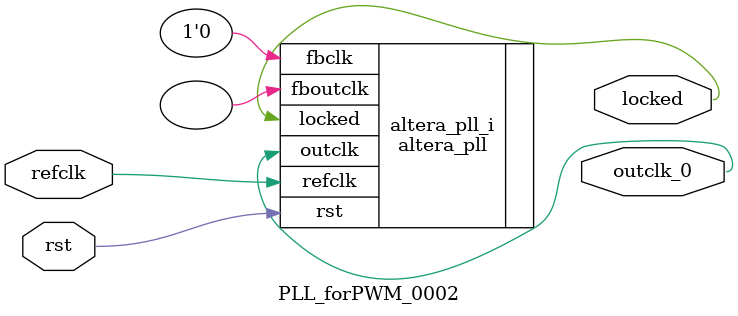
<source format=v>
`timescale 1ns/10ps
module  PLL_forPWM_0002(

	// interface 'refclk'
	input wire refclk,

	// interface 'reset'
	input wire rst,

	// interface 'outclk0'
	output wire outclk_0,

	// interface 'locked'
	output wire locked
);

	altera_pll #(
		.fractional_vco_multiplier("false"),
		.reference_clock_frequency("50.0 MHz"),
		.operation_mode("direct"),
		.number_of_clocks(1),
		.output_clock_frequency0("1500.000000 MHz"),
		.phase_shift0("0 ps"),
		.duty_cycle0(50),
		.output_clock_frequency1("0 MHz"),
		.phase_shift1("0 ps"),
		.duty_cycle1(50),
		.output_clock_frequency2("0 MHz"),
		.phase_shift2("0 ps"),
		.duty_cycle2(50),
		.output_clock_frequency3("0 MHz"),
		.phase_shift3("0 ps"),
		.duty_cycle3(50),
		.output_clock_frequency4("0 MHz"),
		.phase_shift4("0 ps"),
		.duty_cycle4(50),
		.output_clock_frequency5("0 MHz"),
		.phase_shift5("0 ps"),
		.duty_cycle5(50),
		.output_clock_frequency6("0 MHz"),
		.phase_shift6("0 ps"),
		.duty_cycle6(50),
		.output_clock_frequency7("0 MHz"),
		.phase_shift7("0 ps"),
		.duty_cycle7(50),
		.output_clock_frequency8("0 MHz"),
		.phase_shift8("0 ps"),
		.duty_cycle8(50),
		.output_clock_frequency9("0 MHz"),
		.phase_shift9("0 ps"),
		.duty_cycle9(50),
		.output_clock_frequency10("0 MHz"),
		.phase_shift10("0 ps"),
		.duty_cycle10(50),
		.output_clock_frequency11("0 MHz"),
		.phase_shift11("0 ps"),
		.duty_cycle11(50),
		.output_clock_frequency12("0 MHz"),
		.phase_shift12("0 ps"),
		.duty_cycle12(50),
		.output_clock_frequency13("0 MHz"),
		.phase_shift13("0 ps"),
		.duty_cycle13(50),
		.output_clock_frequency14("0 MHz"),
		.phase_shift14("0 ps"),
		.duty_cycle14(50),
		.output_clock_frequency15("0 MHz"),
		.phase_shift15("0 ps"),
		.duty_cycle15(50),
		.output_clock_frequency16("0 MHz"),
		.phase_shift16("0 ps"),
		.duty_cycle16(50),
		.output_clock_frequency17("0 MHz"),
		.phase_shift17("0 ps"),
		.duty_cycle17(50),
		.pll_type("General"),
		.pll_subtype("General")
	) altera_pll_i (
		.rst	(rst),
		.outclk	({outclk_0}),
		.locked	(locked),
		.fboutclk	( ),
		.fbclk	(1'b0),
		.refclk	(refclk)
	);
endmodule


</source>
